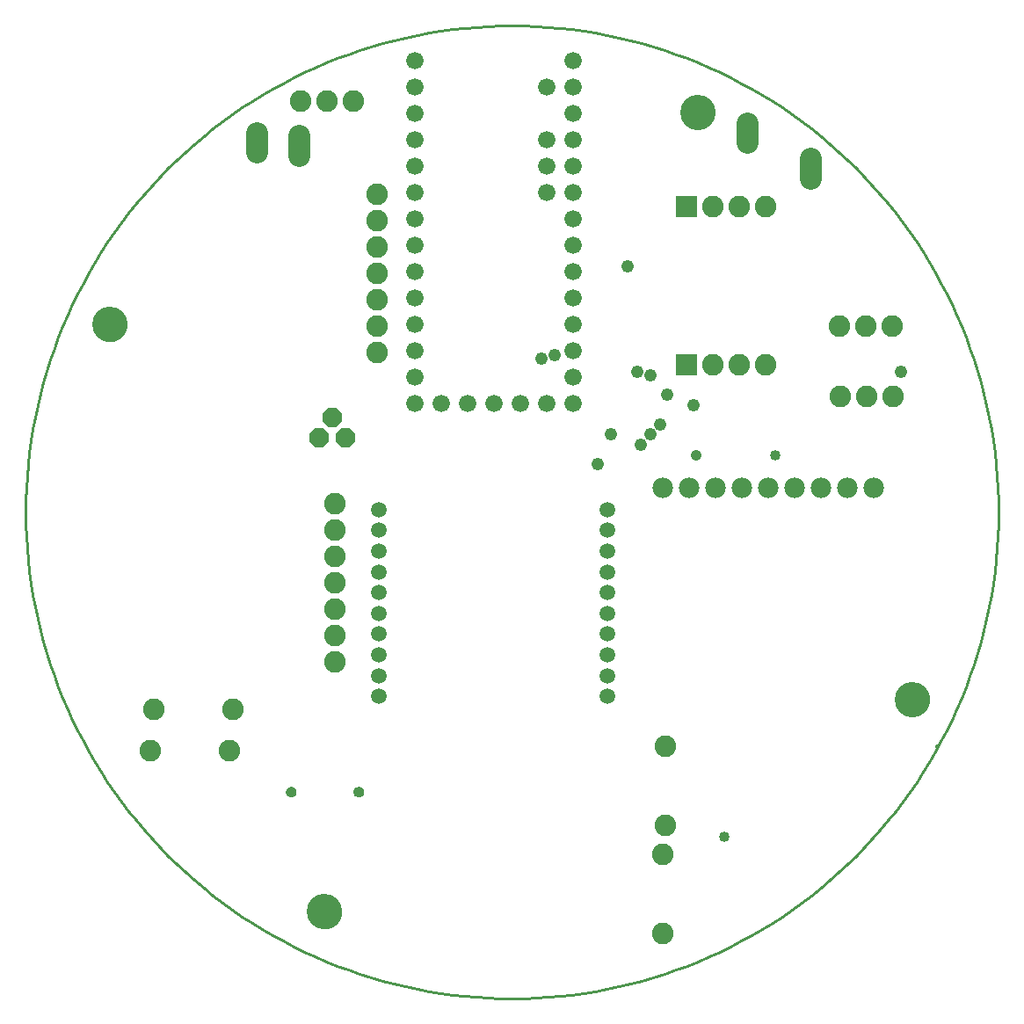
<source format=gts>
G04 EAGLE Gerber X2 export*
%TF.Part,Single*%
%TF.FileFunction,Other,Solder Mask top*%
%TF.FilePolarity,Positive*%
%TF.GenerationSoftware,Autodesk,EAGLE,9.0.0*%
%TF.CreationDate,2018-04-20T04:20:38Z*%
G75*
%MOMM*%
%FSLAX34Y34*%
%LPD*%
%AMOC8*
5,1,8,0,0,1.08239X$1,22.5*%
G01*
%ADD10C,0.254000*%
%ADD11C,0.406400*%
%ADD12C,0.000000*%
%ADD13C,3.403200*%
%ADD14C,1.981200*%
%ADD15C,1.676400*%
%ADD16C,1.511200*%
%ADD17C,2.082800*%
%ADD18R,2.082800X2.082800*%
%ADD19C,1.016000*%
%ADD20C,2.082800*%
%ADD21P,2.034460X8X22.500000*%
%ADD22C,1.047269*%
%ADD23C,1.219200*%

G36*
X-147705Y-276363D02*
X-147705Y-276363D01*
X-147579Y-276365D01*
X-146568Y-276225D01*
X-146520Y-276209D01*
X-146430Y-276190D01*
X-145475Y-275829D01*
X-145432Y-275803D01*
X-145348Y-275764D01*
X-144498Y-275199D01*
X-144461Y-275164D01*
X-144389Y-275108D01*
X-143685Y-274368D01*
X-143657Y-274326D01*
X-143599Y-274255D01*
X-143078Y-273377D01*
X-143060Y-273330D01*
X-143019Y-273247D01*
X-142706Y-272275D01*
X-142699Y-272225D01*
X-142678Y-272136D01*
X-142589Y-271119D01*
X-142594Y-271068D01*
X-142593Y-270978D01*
X-142724Y-270014D01*
X-142739Y-269966D01*
X-142759Y-269876D01*
X-143101Y-268965D01*
X-143127Y-268922D01*
X-143166Y-268839D01*
X-143703Y-268027D01*
X-143737Y-267991D01*
X-143794Y-267918D01*
X-144498Y-267247D01*
X-144540Y-267219D01*
X-144611Y-267161D01*
X-145446Y-266663D01*
X-145494Y-266645D01*
X-145576Y-266604D01*
X-146501Y-266304D01*
X-146552Y-266297D01*
X-146641Y-266276D01*
X-147610Y-266190D01*
X-147657Y-266194D01*
X-147732Y-266191D01*
X-148707Y-266292D01*
X-148756Y-266306D01*
X-148846Y-266322D01*
X-149775Y-266639D01*
X-149819Y-266663D01*
X-149904Y-266699D01*
X-150739Y-267214D01*
X-150776Y-267247D01*
X-150851Y-267302D01*
X-151550Y-267989D01*
X-151580Y-268031D01*
X-151640Y-268100D01*
X-152169Y-268926D01*
X-152188Y-268973D01*
X-152232Y-269053D01*
X-152564Y-269977D01*
X-152572Y-270027D01*
X-152596Y-270115D01*
X-152715Y-271089D01*
X-152712Y-271139D01*
X-152716Y-271226D01*
X-152621Y-272228D01*
X-152607Y-272276D01*
X-152591Y-272367D01*
X-152275Y-273323D01*
X-152251Y-273367D01*
X-152215Y-273452D01*
X-151694Y-274313D01*
X-151661Y-274351D01*
X-151608Y-274425D01*
X-150908Y-275149D01*
X-150867Y-275179D01*
X-150798Y-275240D01*
X-149955Y-275790D01*
X-149909Y-275809D01*
X-149828Y-275853D01*
X-148884Y-276202D01*
X-148834Y-276211D01*
X-148746Y-276236D01*
X-147748Y-276365D01*
X-147705Y-276363D01*
G37*
G36*
X-212729Y-276363D02*
X-212729Y-276363D01*
X-212603Y-276365D01*
X-211592Y-276225D01*
X-211544Y-276209D01*
X-211454Y-276190D01*
X-210499Y-275829D01*
X-210456Y-275803D01*
X-210372Y-275764D01*
X-209522Y-275199D01*
X-209485Y-275164D01*
X-209413Y-275108D01*
X-208709Y-274368D01*
X-208681Y-274326D01*
X-208623Y-274255D01*
X-208102Y-273377D01*
X-208084Y-273330D01*
X-208043Y-273247D01*
X-207730Y-272275D01*
X-207723Y-272225D01*
X-207702Y-272136D01*
X-207613Y-271119D01*
X-207618Y-271068D01*
X-207617Y-270978D01*
X-207748Y-270014D01*
X-207763Y-269966D01*
X-207783Y-269876D01*
X-208125Y-268965D01*
X-208151Y-268922D01*
X-208190Y-268839D01*
X-208727Y-268027D01*
X-208761Y-267991D01*
X-208818Y-267918D01*
X-209522Y-267247D01*
X-209564Y-267219D01*
X-209635Y-267161D01*
X-210470Y-266663D01*
X-210518Y-266645D01*
X-210600Y-266604D01*
X-211525Y-266304D01*
X-211576Y-266297D01*
X-211665Y-266276D01*
X-212634Y-266190D01*
X-212681Y-266194D01*
X-212756Y-266191D01*
X-213731Y-266292D01*
X-213780Y-266306D01*
X-213870Y-266322D01*
X-214799Y-266639D01*
X-214843Y-266663D01*
X-214928Y-266699D01*
X-215763Y-267214D01*
X-215800Y-267247D01*
X-215875Y-267302D01*
X-216574Y-267989D01*
X-216604Y-268031D01*
X-216664Y-268100D01*
X-217193Y-268926D01*
X-217212Y-268973D01*
X-217256Y-269053D01*
X-217588Y-269977D01*
X-217596Y-270027D01*
X-217620Y-270115D01*
X-217739Y-271089D01*
X-217736Y-271139D01*
X-217740Y-271226D01*
X-217645Y-272228D01*
X-217631Y-272276D01*
X-217615Y-272367D01*
X-217299Y-273323D01*
X-217275Y-273367D01*
X-217239Y-273452D01*
X-216718Y-274313D01*
X-216685Y-274351D01*
X-216632Y-274425D01*
X-215932Y-275149D01*
X-215891Y-275179D01*
X-215822Y-275240D01*
X-214979Y-275790D01*
X-214933Y-275809D01*
X-214852Y-275853D01*
X-213908Y-276202D01*
X-213858Y-276211D01*
X-213770Y-276236D01*
X-212772Y-276365D01*
X-212729Y-276363D01*
G37*
D10*
X-468441Y-1524D02*
X-468300Y9972D01*
X-467877Y21461D01*
X-467172Y32937D01*
X-466185Y44391D01*
X-464918Y55818D01*
X-463371Y67211D01*
X-461544Y78562D01*
X-459440Y89864D01*
X-457059Y101112D01*
X-454402Y112298D01*
X-451472Y123415D01*
X-448270Y134457D01*
X-444798Y145417D01*
X-441058Y156289D01*
X-437052Y167066D01*
X-432783Y177741D01*
X-428253Y188308D01*
X-423466Y198760D01*
X-418423Y209092D01*
X-413128Y219298D01*
X-407584Y229370D01*
X-401795Y239303D01*
X-395764Y249091D01*
X-389494Y258728D01*
X-382990Y268208D01*
X-376255Y277526D01*
X-369294Y286676D01*
X-362110Y295652D01*
X-354708Y304449D01*
X-347092Y313062D01*
X-339267Y321485D01*
X-331238Y329714D01*
X-323009Y337743D01*
X-314586Y345568D01*
X-305973Y353184D01*
X-297176Y360586D01*
X-288200Y367770D01*
X-279050Y374731D01*
X-269732Y381466D01*
X-260252Y387970D01*
X-250615Y394240D01*
X-240827Y400271D01*
X-230894Y406060D01*
X-220822Y411604D01*
X-210616Y416899D01*
X-200284Y421942D01*
X-189832Y426729D01*
X-179265Y431259D01*
X-168590Y435528D01*
X-157813Y439534D01*
X-146941Y443274D01*
X-135981Y446746D01*
X-124939Y449948D01*
X-113822Y452878D01*
X-102636Y455535D01*
X-91388Y457916D01*
X-80086Y460020D01*
X-68735Y461847D01*
X-57342Y463394D01*
X-45915Y464661D01*
X-34461Y465648D01*
X-22985Y466353D01*
X-11496Y466776D01*
X0Y466917D01*
X11496Y466776D01*
X22985Y466353D01*
X34461Y465648D01*
X45915Y464661D01*
X57342Y463394D01*
X68735Y461847D01*
X80086Y460020D01*
X91388Y457916D01*
X102636Y455535D01*
X113822Y452878D01*
X124939Y449948D01*
X135981Y446746D01*
X146941Y443274D01*
X157813Y439534D01*
X168590Y435528D01*
X179265Y431259D01*
X189832Y426729D01*
X200284Y421942D01*
X210616Y416899D01*
X220822Y411604D01*
X230894Y406060D01*
X240827Y400271D01*
X250615Y394240D01*
X260252Y387970D01*
X269732Y381466D01*
X279050Y374731D01*
X288200Y367770D01*
X297176Y360586D01*
X305973Y353184D01*
X314586Y345568D01*
X323009Y337743D01*
X331238Y329714D01*
X339267Y321485D01*
X347092Y313062D01*
X354708Y304449D01*
X362110Y295652D01*
X369294Y286676D01*
X376255Y277526D01*
X382990Y268208D01*
X389494Y258728D01*
X395764Y249091D01*
X401795Y239303D01*
X407584Y229370D01*
X413128Y219298D01*
X418423Y209092D01*
X423466Y198760D01*
X428253Y188308D01*
X432783Y177741D01*
X437052Y167066D01*
X441058Y156289D01*
X444798Y145417D01*
X448270Y134457D01*
X451472Y123415D01*
X454402Y112298D01*
X457059Y101112D01*
X459440Y89864D01*
X461544Y78562D01*
X463371Y67211D01*
X464918Y55818D01*
X466185Y44391D01*
X467172Y32937D01*
X467877Y21461D01*
X468300Y9972D01*
X468441Y-1524D01*
X468300Y-13020D01*
X467877Y-24509D01*
X467172Y-35985D01*
X466185Y-47439D01*
X464918Y-58866D01*
X463371Y-70259D01*
X461544Y-81610D01*
X459440Y-92912D01*
X457059Y-104160D01*
X454402Y-115346D01*
X451472Y-126463D01*
X448270Y-137505D01*
X444798Y-148465D01*
X441058Y-159337D01*
X437052Y-170114D01*
X432783Y-180789D01*
X428253Y-191356D01*
X423466Y-201808D01*
X418423Y-212140D01*
X413128Y-222346D01*
X407584Y-232418D01*
X401795Y-242351D01*
X395764Y-252139D01*
X389494Y-261776D01*
X382990Y-271256D01*
X376255Y-280574D01*
X369294Y-289724D01*
X362110Y-298700D01*
X354708Y-307497D01*
X347092Y-316110D01*
X339267Y-324533D01*
X331238Y-332762D01*
X323009Y-340791D01*
X314586Y-348616D01*
X305973Y-356232D01*
X297176Y-363634D01*
X288200Y-370818D01*
X279050Y-377779D01*
X269732Y-384514D01*
X260252Y-391018D01*
X250615Y-397288D01*
X240827Y-403319D01*
X230894Y-409108D01*
X220822Y-414652D01*
X210616Y-419947D01*
X200284Y-424990D01*
X189832Y-429777D01*
X179265Y-434307D01*
X168590Y-438576D01*
X157813Y-442582D01*
X146941Y-446322D01*
X135981Y-449794D01*
X124939Y-452996D01*
X113822Y-455926D01*
X102636Y-458583D01*
X91388Y-460964D01*
X80086Y-463068D01*
X68735Y-464895D01*
X57342Y-466442D01*
X45915Y-467709D01*
X34461Y-468696D01*
X22985Y-469401D01*
X11496Y-469824D01*
X0Y-469965D01*
X-11496Y-469824D01*
X-22985Y-469401D01*
X-34461Y-468696D01*
X-45915Y-467709D01*
X-57342Y-466442D01*
X-68735Y-464895D01*
X-80086Y-463068D01*
X-91388Y-460964D01*
X-102636Y-458583D01*
X-113822Y-455926D01*
X-124939Y-452996D01*
X-135981Y-449794D01*
X-146941Y-446322D01*
X-157813Y-442582D01*
X-168590Y-438576D01*
X-179265Y-434307D01*
X-189832Y-429777D01*
X-200284Y-424990D01*
X-210616Y-419947D01*
X-220822Y-414652D01*
X-230894Y-409108D01*
X-240827Y-403319D01*
X-250615Y-397288D01*
X-260252Y-391018D01*
X-269732Y-384514D01*
X-279050Y-377779D01*
X-288200Y-370818D01*
X-297176Y-363634D01*
X-305973Y-356232D01*
X-314586Y-348616D01*
X-323009Y-340791D01*
X-331238Y-332762D01*
X-339267Y-324533D01*
X-347092Y-316110D01*
X-354708Y-307497D01*
X-362110Y-298700D01*
X-369294Y-289724D01*
X-376255Y-280574D01*
X-382990Y-271256D01*
X-389494Y-261776D01*
X-395764Y-252139D01*
X-401795Y-242351D01*
X-407584Y-232418D01*
X-413128Y-222346D01*
X-418423Y-212140D01*
X-423466Y-201808D01*
X-428253Y-191356D01*
X-432783Y-180789D01*
X-437052Y-170114D01*
X-441058Y-159337D01*
X-444798Y-148465D01*
X-448270Y-137505D01*
X-451472Y-126463D01*
X-454402Y-115346D01*
X-457059Y-104160D01*
X-459440Y-92912D01*
X-461544Y-81610D01*
X-463371Y-70259D01*
X-464918Y-58866D01*
X-466185Y-47439D01*
X-467172Y-35985D01*
X-467877Y-24509D01*
X-468300Y-13020D01*
X-468441Y-1524D01*
D11*
X409634Y-227580D02*
X409742Y-227350D01*
D12*
X163070Y383540D02*
X163075Y383933D01*
X163089Y384325D01*
X163113Y384717D01*
X163147Y385108D01*
X163190Y385499D01*
X163243Y385888D01*
X163306Y386275D01*
X163377Y386661D01*
X163459Y387046D01*
X163549Y387428D01*
X163650Y387807D01*
X163759Y388185D01*
X163878Y388559D01*
X164005Y388930D01*
X164142Y389298D01*
X164288Y389663D01*
X164443Y390024D01*
X164606Y390381D01*
X164778Y390734D01*
X164959Y391082D01*
X165149Y391426D01*
X165346Y391766D01*
X165552Y392100D01*
X165766Y392429D01*
X165989Y392753D01*
X166219Y393071D01*
X166456Y393384D01*
X166702Y393690D01*
X166955Y393991D01*
X167215Y394285D01*
X167482Y394573D01*
X167756Y394854D01*
X168037Y395128D01*
X168325Y395395D01*
X168619Y395655D01*
X168920Y395908D01*
X169226Y396154D01*
X169539Y396391D01*
X169857Y396621D01*
X170181Y396844D01*
X170510Y397058D01*
X170844Y397264D01*
X171184Y397461D01*
X171528Y397651D01*
X171876Y397832D01*
X172229Y398004D01*
X172586Y398167D01*
X172947Y398322D01*
X173312Y398468D01*
X173680Y398605D01*
X174051Y398732D01*
X174425Y398851D01*
X174803Y398960D01*
X175182Y399061D01*
X175564Y399151D01*
X175949Y399233D01*
X176335Y399304D01*
X176722Y399367D01*
X177111Y399420D01*
X177502Y399463D01*
X177893Y399497D01*
X178285Y399521D01*
X178677Y399535D01*
X179070Y399540D01*
X179463Y399535D01*
X179855Y399521D01*
X180247Y399497D01*
X180638Y399463D01*
X181029Y399420D01*
X181418Y399367D01*
X181805Y399304D01*
X182191Y399233D01*
X182576Y399151D01*
X182958Y399061D01*
X183337Y398960D01*
X183715Y398851D01*
X184089Y398732D01*
X184460Y398605D01*
X184828Y398468D01*
X185193Y398322D01*
X185554Y398167D01*
X185911Y398004D01*
X186264Y397832D01*
X186612Y397651D01*
X186956Y397461D01*
X187296Y397264D01*
X187630Y397058D01*
X187959Y396844D01*
X188283Y396621D01*
X188601Y396391D01*
X188914Y396154D01*
X189220Y395908D01*
X189521Y395655D01*
X189815Y395395D01*
X190103Y395128D01*
X190384Y394854D01*
X190658Y394573D01*
X190925Y394285D01*
X191185Y393991D01*
X191438Y393690D01*
X191684Y393384D01*
X191921Y393071D01*
X192151Y392753D01*
X192374Y392429D01*
X192588Y392100D01*
X192794Y391766D01*
X192991Y391426D01*
X193181Y391082D01*
X193362Y390734D01*
X193534Y390381D01*
X193697Y390024D01*
X193852Y389663D01*
X193998Y389298D01*
X194135Y388930D01*
X194262Y388559D01*
X194381Y388185D01*
X194490Y387807D01*
X194591Y387428D01*
X194681Y387046D01*
X194763Y386661D01*
X194834Y386275D01*
X194897Y385888D01*
X194950Y385499D01*
X194993Y385108D01*
X195027Y384717D01*
X195051Y384325D01*
X195065Y383933D01*
X195070Y383540D01*
X195065Y383147D01*
X195051Y382755D01*
X195027Y382363D01*
X194993Y381972D01*
X194950Y381581D01*
X194897Y381192D01*
X194834Y380805D01*
X194763Y380419D01*
X194681Y380034D01*
X194591Y379652D01*
X194490Y379273D01*
X194381Y378895D01*
X194262Y378521D01*
X194135Y378150D01*
X193998Y377782D01*
X193852Y377417D01*
X193697Y377056D01*
X193534Y376699D01*
X193362Y376346D01*
X193181Y375998D01*
X192991Y375654D01*
X192794Y375314D01*
X192588Y374980D01*
X192374Y374651D01*
X192151Y374327D01*
X191921Y374009D01*
X191684Y373696D01*
X191438Y373390D01*
X191185Y373089D01*
X190925Y372795D01*
X190658Y372507D01*
X190384Y372226D01*
X190103Y371952D01*
X189815Y371685D01*
X189521Y371425D01*
X189220Y371172D01*
X188914Y370926D01*
X188601Y370689D01*
X188283Y370459D01*
X187959Y370236D01*
X187630Y370022D01*
X187296Y369816D01*
X186956Y369619D01*
X186612Y369429D01*
X186264Y369248D01*
X185911Y369076D01*
X185554Y368913D01*
X185193Y368758D01*
X184828Y368612D01*
X184460Y368475D01*
X184089Y368348D01*
X183715Y368229D01*
X183337Y368120D01*
X182958Y368019D01*
X182576Y367929D01*
X182191Y367847D01*
X181805Y367776D01*
X181418Y367713D01*
X181029Y367660D01*
X180638Y367617D01*
X180247Y367583D01*
X179855Y367559D01*
X179463Y367545D01*
X179070Y367540D01*
X178677Y367545D01*
X178285Y367559D01*
X177893Y367583D01*
X177502Y367617D01*
X177111Y367660D01*
X176722Y367713D01*
X176335Y367776D01*
X175949Y367847D01*
X175564Y367929D01*
X175182Y368019D01*
X174803Y368120D01*
X174425Y368229D01*
X174051Y368348D01*
X173680Y368475D01*
X173312Y368612D01*
X172947Y368758D01*
X172586Y368913D01*
X172229Y369076D01*
X171876Y369248D01*
X171528Y369429D01*
X171184Y369619D01*
X170844Y369816D01*
X170510Y370022D01*
X170181Y370236D01*
X169857Y370459D01*
X169539Y370689D01*
X169226Y370926D01*
X168920Y371172D01*
X168619Y371425D01*
X168325Y371685D01*
X168037Y371952D01*
X167756Y372226D01*
X167482Y372507D01*
X167215Y372795D01*
X166955Y373089D01*
X166702Y373390D01*
X166456Y373696D01*
X166219Y374009D01*
X165989Y374327D01*
X165766Y374651D01*
X165552Y374980D01*
X165346Y375314D01*
X165149Y375654D01*
X164959Y375998D01*
X164778Y376346D01*
X164606Y376699D01*
X164443Y377056D01*
X164288Y377417D01*
X164142Y377782D01*
X164005Y378150D01*
X163878Y378521D01*
X163759Y378895D01*
X163650Y379273D01*
X163549Y379652D01*
X163459Y380034D01*
X163377Y380419D01*
X163306Y380805D01*
X163243Y381192D01*
X163190Y381581D01*
X163147Y381972D01*
X163113Y382363D01*
X163089Y382755D01*
X163075Y383147D01*
X163070Y383540D01*
D13*
X179070Y383540D03*
D12*
X369826Y-182118D02*
X369831Y-181725D01*
X369845Y-181333D01*
X369869Y-180941D01*
X369903Y-180550D01*
X369946Y-180159D01*
X369999Y-179770D01*
X370062Y-179383D01*
X370133Y-178997D01*
X370215Y-178612D01*
X370305Y-178230D01*
X370406Y-177851D01*
X370515Y-177473D01*
X370634Y-177099D01*
X370761Y-176728D01*
X370898Y-176360D01*
X371044Y-175995D01*
X371199Y-175634D01*
X371362Y-175277D01*
X371534Y-174924D01*
X371715Y-174576D01*
X371905Y-174232D01*
X372102Y-173892D01*
X372308Y-173558D01*
X372522Y-173229D01*
X372745Y-172905D01*
X372975Y-172587D01*
X373212Y-172274D01*
X373458Y-171968D01*
X373711Y-171667D01*
X373971Y-171373D01*
X374238Y-171085D01*
X374512Y-170804D01*
X374793Y-170530D01*
X375081Y-170263D01*
X375375Y-170003D01*
X375676Y-169750D01*
X375982Y-169504D01*
X376295Y-169267D01*
X376613Y-169037D01*
X376937Y-168814D01*
X377266Y-168600D01*
X377600Y-168394D01*
X377940Y-168197D01*
X378284Y-168007D01*
X378632Y-167826D01*
X378985Y-167654D01*
X379342Y-167491D01*
X379703Y-167336D01*
X380068Y-167190D01*
X380436Y-167053D01*
X380807Y-166926D01*
X381181Y-166807D01*
X381559Y-166698D01*
X381938Y-166597D01*
X382320Y-166507D01*
X382705Y-166425D01*
X383091Y-166354D01*
X383478Y-166291D01*
X383867Y-166238D01*
X384258Y-166195D01*
X384649Y-166161D01*
X385041Y-166137D01*
X385433Y-166123D01*
X385826Y-166118D01*
X386219Y-166123D01*
X386611Y-166137D01*
X387003Y-166161D01*
X387394Y-166195D01*
X387785Y-166238D01*
X388174Y-166291D01*
X388561Y-166354D01*
X388947Y-166425D01*
X389332Y-166507D01*
X389714Y-166597D01*
X390093Y-166698D01*
X390471Y-166807D01*
X390845Y-166926D01*
X391216Y-167053D01*
X391584Y-167190D01*
X391949Y-167336D01*
X392310Y-167491D01*
X392667Y-167654D01*
X393020Y-167826D01*
X393368Y-168007D01*
X393712Y-168197D01*
X394052Y-168394D01*
X394386Y-168600D01*
X394715Y-168814D01*
X395039Y-169037D01*
X395357Y-169267D01*
X395670Y-169504D01*
X395976Y-169750D01*
X396277Y-170003D01*
X396571Y-170263D01*
X396859Y-170530D01*
X397140Y-170804D01*
X397414Y-171085D01*
X397681Y-171373D01*
X397941Y-171667D01*
X398194Y-171968D01*
X398440Y-172274D01*
X398677Y-172587D01*
X398907Y-172905D01*
X399130Y-173229D01*
X399344Y-173558D01*
X399550Y-173892D01*
X399747Y-174232D01*
X399937Y-174576D01*
X400118Y-174924D01*
X400290Y-175277D01*
X400453Y-175634D01*
X400608Y-175995D01*
X400754Y-176360D01*
X400891Y-176728D01*
X401018Y-177099D01*
X401137Y-177473D01*
X401246Y-177851D01*
X401347Y-178230D01*
X401437Y-178612D01*
X401519Y-178997D01*
X401590Y-179383D01*
X401653Y-179770D01*
X401706Y-180159D01*
X401749Y-180550D01*
X401783Y-180941D01*
X401807Y-181333D01*
X401821Y-181725D01*
X401826Y-182118D01*
X401821Y-182511D01*
X401807Y-182903D01*
X401783Y-183295D01*
X401749Y-183686D01*
X401706Y-184077D01*
X401653Y-184466D01*
X401590Y-184853D01*
X401519Y-185239D01*
X401437Y-185624D01*
X401347Y-186006D01*
X401246Y-186385D01*
X401137Y-186763D01*
X401018Y-187137D01*
X400891Y-187508D01*
X400754Y-187876D01*
X400608Y-188241D01*
X400453Y-188602D01*
X400290Y-188959D01*
X400118Y-189312D01*
X399937Y-189660D01*
X399747Y-190004D01*
X399550Y-190344D01*
X399344Y-190678D01*
X399130Y-191007D01*
X398907Y-191331D01*
X398677Y-191649D01*
X398440Y-191962D01*
X398194Y-192268D01*
X397941Y-192569D01*
X397681Y-192863D01*
X397414Y-193151D01*
X397140Y-193432D01*
X396859Y-193706D01*
X396571Y-193973D01*
X396277Y-194233D01*
X395976Y-194486D01*
X395670Y-194732D01*
X395357Y-194969D01*
X395039Y-195199D01*
X394715Y-195422D01*
X394386Y-195636D01*
X394052Y-195842D01*
X393712Y-196039D01*
X393368Y-196229D01*
X393020Y-196410D01*
X392667Y-196582D01*
X392310Y-196745D01*
X391949Y-196900D01*
X391584Y-197046D01*
X391216Y-197183D01*
X390845Y-197310D01*
X390471Y-197429D01*
X390093Y-197538D01*
X389714Y-197639D01*
X389332Y-197729D01*
X388947Y-197811D01*
X388561Y-197882D01*
X388174Y-197945D01*
X387785Y-197998D01*
X387394Y-198041D01*
X387003Y-198075D01*
X386611Y-198099D01*
X386219Y-198113D01*
X385826Y-198118D01*
X385433Y-198113D01*
X385041Y-198099D01*
X384649Y-198075D01*
X384258Y-198041D01*
X383867Y-197998D01*
X383478Y-197945D01*
X383091Y-197882D01*
X382705Y-197811D01*
X382320Y-197729D01*
X381938Y-197639D01*
X381559Y-197538D01*
X381181Y-197429D01*
X380807Y-197310D01*
X380436Y-197183D01*
X380068Y-197046D01*
X379703Y-196900D01*
X379342Y-196745D01*
X378985Y-196582D01*
X378632Y-196410D01*
X378284Y-196229D01*
X377940Y-196039D01*
X377600Y-195842D01*
X377266Y-195636D01*
X376937Y-195422D01*
X376613Y-195199D01*
X376295Y-194969D01*
X375982Y-194732D01*
X375676Y-194486D01*
X375375Y-194233D01*
X375081Y-193973D01*
X374793Y-193706D01*
X374512Y-193432D01*
X374238Y-193151D01*
X373971Y-192863D01*
X373711Y-192569D01*
X373458Y-192268D01*
X373212Y-191962D01*
X372975Y-191649D01*
X372745Y-191331D01*
X372522Y-191007D01*
X372308Y-190678D01*
X372102Y-190344D01*
X371905Y-190004D01*
X371715Y-189660D01*
X371534Y-189312D01*
X371362Y-188959D01*
X371199Y-188602D01*
X371044Y-188241D01*
X370898Y-187876D01*
X370761Y-187508D01*
X370634Y-187137D01*
X370515Y-186763D01*
X370406Y-186385D01*
X370305Y-186006D01*
X370215Y-185624D01*
X370133Y-185239D01*
X370062Y-184853D01*
X369999Y-184466D01*
X369946Y-184077D01*
X369903Y-183686D01*
X369869Y-183295D01*
X369845Y-182903D01*
X369831Y-182511D01*
X369826Y-182118D01*
D13*
X385826Y-182118D03*
D12*
X-403350Y179070D02*
X-403345Y179463D01*
X-403331Y179855D01*
X-403307Y180247D01*
X-403273Y180638D01*
X-403230Y181029D01*
X-403177Y181418D01*
X-403114Y181805D01*
X-403043Y182191D01*
X-402961Y182576D01*
X-402871Y182958D01*
X-402770Y183337D01*
X-402661Y183715D01*
X-402542Y184089D01*
X-402415Y184460D01*
X-402278Y184828D01*
X-402132Y185193D01*
X-401977Y185554D01*
X-401814Y185911D01*
X-401642Y186264D01*
X-401461Y186612D01*
X-401271Y186956D01*
X-401074Y187296D01*
X-400868Y187630D01*
X-400654Y187959D01*
X-400431Y188283D01*
X-400201Y188601D01*
X-399964Y188914D01*
X-399718Y189220D01*
X-399465Y189521D01*
X-399205Y189815D01*
X-398938Y190103D01*
X-398664Y190384D01*
X-398383Y190658D01*
X-398095Y190925D01*
X-397801Y191185D01*
X-397500Y191438D01*
X-397194Y191684D01*
X-396881Y191921D01*
X-396563Y192151D01*
X-396239Y192374D01*
X-395910Y192588D01*
X-395576Y192794D01*
X-395236Y192991D01*
X-394892Y193181D01*
X-394544Y193362D01*
X-394191Y193534D01*
X-393834Y193697D01*
X-393473Y193852D01*
X-393108Y193998D01*
X-392740Y194135D01*
X-392369Y194262D01*
X-391995Y194381D01*
X-391617Y194490D01*
X-391238Y194591D01*
X-390856Y194681D01*
X-390471Y194763D01*
X-390085Y194834D01*
X-389698Y194897D01*
X-389309Y194950D01*
X-388918Y194993D01*
X-388527Y195027D01*
X-388135Y195051D01*
X-387743Y195065D01*
X-387350Y195070D01*
X-386957Y195065D01*
X-386565Y195051D01*
X-386173Y195027D01*
X-385782Y194993D01*
X-385391Y194950D01*
X-385002Y194897D01*
X-384615Y194834D01*
X-384229Y194763D01*
X-383844Y194681D01*
X-383462Y194591D01*
X-383083Y194490D01*
X-382705Y194381D01*
X-382331Y194262D01*
X-381960Y194135D01*
X-381592Y193998D01*
X-381227Y193852D01*
X-380866Y193697D01*
X-380509Y193534D01*
X-380156Y193362D01*
X-379808Y193181D01*
X-379464Y192991D01*
X-379124Y192794D01*
X-378790Y192588D01*
X-378461Y192374D01*
X-378137Y192151D01*
X-377819Y191921D01*
X-377506Y191684D01*
X-377200Y191438D01*
X-376899Y191185D01*
X-376605Y190925D01*
X-376317Y190658D01*
X-376036Y190384D01*
X-375762Y190103D01*
X-375495Y189815D01*
X-375235Y189521D01*
X-374982Y189220D01*
X-374736Y188914D01*
X-374499Y188601D01*
X-374269Y188283D01*
X-374046Y187959D01*
X-373832Y187630D01*
X-373626Y187296D01*
X-373429Y186956D01*
X-373239Y186612D01*
X-373058Y186264D01*
X-372886Y185911D01*
X-372723Y185554D01*
X-372568Y185193D01*
X-372422Y184828D01*
X-372285Y184460D01*
X-372158Y184089D01*
X-372039Y183715D01*
X-371930Y183337D01*
X-371829Y182958D01*
X-371739Y182576D01*
X-371657Y182191D01*
X-371586Y181805D01*
X-371523Y181418D01*
X-371470Y181029D01*
X-371427Y180638D01*
X-371393Y180247D01*
X-371369Y179855D01*
X-371355Y179463D01*
X-371350Y179070D01*
X-371355Y178677D01*
X-371369Y178285D01*
X-371393Y177893D01*
X-371427Y177502D01*
X-371470Y177111D01*
X-371523Y176722D01*
X-371586Y176335D01*
X-371657Y175949D01*
X-371739Y175564D01*
X-371829Y175182D01*
X-371930Y174803D01*
X-372039Y174425D01*
X-372158Y174051D01*
X-372285Y173680D01*
X-372422Y173312D01*
X-372568Y172947D01*
X-372723Y172586D01*
X-372886Y172229D01*
X-373058Y171876D01*
X-373239Y171528D01*
X-373429Y171184D01*
X-373626Y170844D01*
X-373832Y170510D01*
X-374046Y170181D01*
X-374269Y169857D01*
X-374499Y169539D01*
X-374736Y169226D01*
X-374982Y168920D01*
X-375235Y168619D01*
X-375495Y168325D01*
X-375762Y168037D01*
X-376036Y167756D01*
X-376317Y167482D01*
X-376605Y167215D01*
X-376899Y166955D01*
X-377200Y166702D01*
X-377506Y166456D01*
X-377819Y166219D01*
X-378137Y165989D01*
X-378461Y165766D01*
X-378790Y165552D01*
X-379124Y165346D01*
X-379464Y165149D01*
X-379808Y164959D01*
X-380156Y164778D01*
X-380509Y164606D01*
X-380866Y164443D01*
X-381227Y164288D01*
X-381592Y164142D01*
X-381960Y164005D01*
X-382331Y163878D01*
X-382705Y163759D01*
X-383083Y163650D01*
X-383462Y163549D01*
X-383844Y163459D01*
X-384229Y163377D01*
X-384615Y163306D01*
X-385002Y163243D01*
X-385391Y163190D01*
X-385782Y163147D01*
X-386173Y163113D01*
X-386565Y163089D01*
X-386957Y163075D01*
X-387350Y163070D01*
X-387743Y163075D01*
X-388135Y163089D01*
X-388527Y163113D01*
X-388918Y163147D01*
X-389309Y163190D01*
X-389698Y163243D01*
X-390085Y163306D01*
X-390471Y163377D01*
X-390856Y163459D01*
X-391238Y163549D01*
X-391617Y163650D01*
X-391995Y163759D01*
X-392369Y163878D01*
X-392740Y164005D01*
X-393108Y164142D01*
X-393473Y164288D01*
X-393834Y164443D01*
X-394191Y164606D01*
X-394544Y164778D01*
X-394892Y164959D01*
X-395236Y165149D01*
X-395576Y165346D01*
X-395910Y165552D01*
X-396239Y165766D01*
X-396563Y165989D01*
X-396881Y166219D01*
X-397194Y166456D01*
X-397500Y166702D01*
X-397801Y166955D01*
X-398095Y167215D01*
X-398383Y167482D01*
X-398664Y167756D01*
X-398938Y168037D01*
X-399205Y168325D01*
X-399465Y168619D01*
X-399718Y168920D01*
X-399964Y169226D01*
X-400201Y169539D01*
X-400431Y169857D01*
X-400654Y170181D01*
X-400868Y170510D01*
X-401074Y170844D01*
X-401271Y171184D01*
X-401461Y171528D01*
X-401642Y171876D01*
X-401814Y172229D01*
X-401977Y172586D01*
X-402132Y172947D01*
X-402278Y173312D01*
X-402415Y173680D01*
X-402542Y174051D01*
X-402661Y174425D01*
X-402770Y174803D01*
X-402871Y175182D01*
X-402961Y175564D01*
X-403043Y175949D01*
X-403114Y176335D01*
X-403177Y176722D01*
X-403230Y177111D01*
X-403273Y177502D01*
X-403307Y177893D01*
X-403331Y178285D01*
X-403345Y178677D01*
X-403350Y179070D01*
D13*
X-387350Y179070D03*
D12*
X-196594Y-386588D02*
X-196589Y-386195D01*
X-196575Y-385803D01*
X-196551Y-385411D01*
X-196517Y-385020D01*
X-196474Y-384629D01*
X-196421Y-384240D01*
X-196358Y-383853D01*
X-196287Y-383467D01*
X-196205Y-383082D01*
X-196115Y-382700D01*
X-196014Y-382321D01*
X-195905Y-381943D01*
X-195786Y-381569D01*
X-195659Y-381198D01*
X-195522Y-380830D01*
X-195376Y-380465D01*
X-195221Y-380104D01*
X-195058Y-379747D01*
X-194886Y-379394D01*
X-194705Y-379046D01*
X-194515Y-378702D01*
X-194318Y-378362D01*
X-194112Y-378028D01*
X-193898Y-377699D01*
X-193675Y-377375D01*
X-193445Y-377057D01*
X-193208Y-376744D01*
X-192962Y-376438D01*
X-192709Y-376137D01*
X-192449Y-375843D01*
X-192182Y-375555D01*
X-191908Y-375274D01*
X-191627Y-375000D01*
X-191339Y-374733D01*
X-191045Y-374473D01*
X-190744Y-374220D01*
X-190438Y-373974D01*
X-190125Y-373737D01*
X-189807Y-373507D01*
X-189483Y-373284D01*
X-189154Y-373070D01*
X-188820Y-372864D01*
X-188480Y-372667D01*
X-188136Y-372477D01*
X-187788Y-372296D01*
X-187435Y-372124D01*
X-187078Y-371961D01*
X-186717Y-371806D01*
X-186352Y-371660D01*
X-185984Y-371523D01*
X-185613Y-371396D01*
X-185239Y-371277D01*
X-184861Y-371168D01*
X-184482Y-371067D01*
X-184100Y-370977D01*
X-183715Y-370895D01*
X-183329Y-370824D01*
X-182942Y-370761D01*
X-182553Y-370708D01*
X-182162Y-370665D01*
X-181771Y-370631D01*
X-181379Y-370607D01*
X-180987Y-370593D01*
X-180594Y-370588D01*
X-180201Y-370593D01*
X-179809Y-370607D01*
X-179417Y-370631D01*
X-179026Y-370665D01*
X-178635Y-370708D01*
X-178246Y-370761D01*
X-177859Y-370824D01*
X-177473Y-370895D01*
X-177088Y-370977D01*
X-176706Y-371067D01*
X-176327Y-371168D01*
X-175949Y-371277D01*
X-175575Y-371396D01*
X-175204Y-371523D01*
X-174836Y-371660D01*
X-174471Y-371806D01*
X-174110Y-371961D01*
X-173753Y-372124D01*
X-173400Y-372296D01*
X-173052Y-372477D01*
X-172708Y-372667D01*
X-172368Y-372864D01*
X-172034Y-373070D01*
X-171705Y-373284D01*
X-171381Y-373507D01*
X-171063Y-373737D01*
X-170750Y-373974D01*
X-170444Y-374220D01*
X-170143Y-374473D01*
X-169849Y-374733D01*
X-169561Y-375000D01*
X-169280Y-375274D01*
X-169006Y-375555D01*
X-168739Y-375843D01*
X-168479Y-376137D01*
X-168226Y-376438D01*
X-167980Y-376744D01*
X-167743Y-377057D01*
X-167513Y-377375D01*
X-167290Y-377699D01*
X-167076Y-378028D01*
X-166870Y-378362D01*
X-166673Y-378702D01*
X-166483Y-379046D01*
X-166302Y-379394D01*
X-166130Y-379747D01*
X-165967Y-380104D01*
X-165812Y-380465D01*
X-165666Y-380830D01*
X-165529Y-381198D01*
X-165402Y-381569D01*
X-165283Y-381943D01*
X-165174Y-382321D01*
X-165073Y-382700D01*
X-164983Y-383082D01*
X-164901Y-383467D01*
X-164830Y-383853D01*
X-164767Y-384240D01*
X-164714Y-384629D01*
X-164671Y-385020D01*
X-164637Y-385411D01*
X-164613Y-385803D01*
X-164599Y-386195D01*
X-164594Y-386588D01*
X-164599Y-386981D01*
X-164613Y-387373D01*
X-164637Y-387765D01*
X-164671Y-388156D01*
X-164714Y-388547D01*
X-164767Y-388936D01*
X-164830Y-389323D01*
X-164901Y-389709D01*
X-164983Y-390094D01*
X-165073Y-390476D01*
X-165174Y-390855D01*
X-165283Y-391233D01*
X-165402Y-391607D01*
X-165529Y-391978D01*
X-165666Y-392346D01*
X-165812Y-392711D01*
X-165967Y-393072D01*
X-166130Y-393429D01*
X-166302Y-393782D01*
X-166483Y-394130D01*
X-166673Y-394474D01*
X-166870Y-394814D01*
X-167076Y-395148D01*
X-167290Y-395477D01*
X-167513Y-395801D01*
X-167743Y-396119D01*
X-167980Y-396432D01*
X-168226Y-396738D01*
X-168479Y-397039D01*
X-168739Y-397333D01*
X-169006Y-397621D01*
X-169280Y-397902D01*
X-169561Y-398176D01*
X-169849Y-398443D01*
X-170143Y-398703D01*
X-170444Y-398956D01*
X-170750Y-399202D01*
X-171063Y-399439D01*
X-171381Y-399669D01*
X-171705Y-399892D01*
X-172034Y-400106D01*
X-172368Y-400312D01*
X-172708Y-400509D01*
X-173052Y-400699D01*
X-173400Y-400880D01*
X-173753Y-401052D01*
X-174110Y-401215D01*
X-174471Y-401370D01*
X-174836Y-401516D01*
X-175204Y-401653D01*
X-175575Y-401780D01*
X-175949Y-401899D01*
X-176327Y-402008D01*
X-176706Y-402109D01*
X-177088Y-402199D01*
X-177473Y-402281D01*
X-177859Y-402352D01*
X-178246Y-402415D01*
X-178635Y-402468D01*
X-179026Y-402511D01*
X-179417Y-402545D01*
X-179809Y-402569D01*
X-180201Y-402583D01*
X-180594Y-402588D01*
X-180987Y-402583D01*
X-181379Y-402569D01*
X-181771Y-402545D01*
X-182162Y-402511D01*
X-182553Y-402468D01*
X-182942Y-402415D01*
X-183329Y-402352D01*
X-183715Y-402281D01*
X-184100Y-402199D01*
X-184482Y-402109D01*
X-184861Y-402008D01*
X-185239Y-401899D01*
X-185613Y-401780D01*
X-185984Y-401653D01*
X-186352Y-401516D01*
X-186717Y-401370D01*
X-187078Y-401215D01*
X-187435Y-401052D01*
X-187788Y-400880D01*
X-188136Y-400699D01*
X-188480Y-400509D01*
X-188820Y-400312D01*
X-189154Y-400106D01*
X-189483Y-399892D01*
X-189807Y-399669D01*
X-190125Y-399439D01*
X-190438Y-399202D01*
X-190744Y-398956D01*
X-191045Y-398703D01*
X-191339Y-398443D01*
X-191627Y-398176D01*
X-191908Y-397902D01*
X-192182Y-397621D01*
X-192449Y-397333D01*
X-192709Y-397039D01*
X-192962Y-396738D01*
X-193208Y-396432D01*
X-193445Y-396119D01*
X-193675Y-395801D01*
X-193898Y-395477D01*
X-194112Y-395148D01*
X-194318Y-394814D01*
X-194515Y-394474D01*
X-194705Y-394130D01*
X-194886Y-393782D01*
X-195058Y-393429D01*
X-195221Y-393072D01*
X-195376Y-392711D01*
X-195522Y-392346D01*
X-195659Y-391978D01*
X-195786Y-391607D01*
X-195905Y-391233D01*
X-196014Y-390855D01*
X-196115Y-390476D01*
X-196205Y-390094D01*
X-196287Y-389709D01*
X-196358Y-389323D01*
X-196421Y-388936D01*
X-196474Y-388547D01*
X-196517Y-388156D01*
X-196551Y-387765D01*
X-196575Y-387373D01*
X-196589Y-386981D01*
X-196594Y-386588D01*
D13*
X-180594Y-386588D03*
D14*
X144781Y21335D03*
X170181Y21335D03*
X195581Y21335D03*
X220981Y21335D03*
X246381Y21335D03*
X271781Y21335D03*
X297181Y21335D03*
X322581Y21335D03*
X347981Y21335D03*
D15*
X-93472Y433578D03*
X-93472Y408178D03*
X-93472Y382778D03*
X-93472Y357378D03*
X-93472Y331978D03*
X-93472Y306578D03*
X-93472Y281178D03*
X-93472Y255778D03*
X-93472Y230378D03*
X-93472Y204978D03*
X-93472Y179578D03*
X-93472Y154178D03*
X-93472Y128778D03*
X-93472Y103378D03*
X-68072Y103378D03*
X-42672Y103378D03*
X-17272Y103378D03*
X8128Y103378D03*
X33528Y103378D03*
X58928Y103378D03*
X58928Y128778D03*
X58928Y154178D03*
X58928Y179578D03*
X58928Y204978D03*
X58928Y230378D03*
X58928Y255778D03*
X58928Y281178D03*
X58928Y306578D03*
X58928Y331978D03*
X58928Y357378D03*
X58928Y382778D03*
X58928Y408178D03*
X33528Y408178D03*
X33528Y357378D03*
X33528Y331978D03*
X33528Y306578D03*
X58928Y433578D03*
D16*
X91881Y-179164D03*
X91881Y-159164D03*
X91881Y-139164D03*
X91881Y-119164D03*
X91881Y-99164D03*
X91881Y-79164D03*
X91881Y-59164D03*
X91881Y-39164D03*
X91881Y-19164D03*
X91881Y836D03*
X-128119Y836D03*
X-128119Y-19164D03*
X-128119Y-39164D03*
X-128119Y-59164D03*
X-128119Y-79164D03*
X-128119Y-99164D03*
X-128119Y-119164D03*
X-128119Y-139164D03*
X-128119Y-159164D03*
X-128119Y-179164D03*
D17*
X-129794Y304379D03*
X-129794Y278979D03*
X-129794Y253579D03*
X-129794Y228179D03*
X-129794Y202779D03*
X-129794Y177379D03*
X-129794Y151979D03*
D18*
X167894Y292354D03*
D17*
X193294Y292354D03*
X218694Y292354D03*
X244094Y292354D03*
D18*
X167894Y139954D03*
D17*
X193294Y139954D03*
X218694Y139954D03*
X244094Y139954D03*
X-170774Y-146029D03*
X-170774Y-120629D03*
X-170774Y-95229D03*
X-170774Y-69829D03*
X-170774Y-44429D03*
X-170774Y-19029D03*
X-170774Y6371D03*
D19*
X204724Y-314706D03*
D17*
X316462Y109418D03*
X341862Y109418D03*
X367262Y109418D03*
X-203454Y394208D03*
X-178054Y394208D03*
X-152654Y394208D03*
X315638Y177552D03*
X341038Y177552D03*
X366438Y177552D03*
D20*
X-246042Y345018D02*
X-246042Y363814D01*
X-205232Y360934D02*
X-205232Y342138D01*
X287529Y338922D02*
X287529Y320126D01*
D21*
X-185591Y70108D03*
X-172891Y89158D03*
X-160191Y70108D03*
D19*
X253628Y53207D03*
D22*
X177428Y53207D03*
D17*
X-345278Y-191763D03*
X-269078Y-191763D03*
X-271944Y-231384D03*
X-348144Y-231384D03*
X147317Y-227252D03*
X147317Y-303452D03*
X145542Y-330964D03*
X145542Y-407164D03*
D20*
X226314Y354076D02*
X226314Y372872D01*
D23*
X174625Y101600D03*
X120650Y133350D03*
X123825Y63500D03*
X95250Y73025D03*
X111125Y234950D03*
X133350Y73025D03*
X133350Y130175D03*
X28575Y146050D03*
X142875Y82550D03*
X149225Y111125D03*
X41275Y149225D03*
X374650Y133350D03*
X82550Y44450D03*
M02*

</source>
